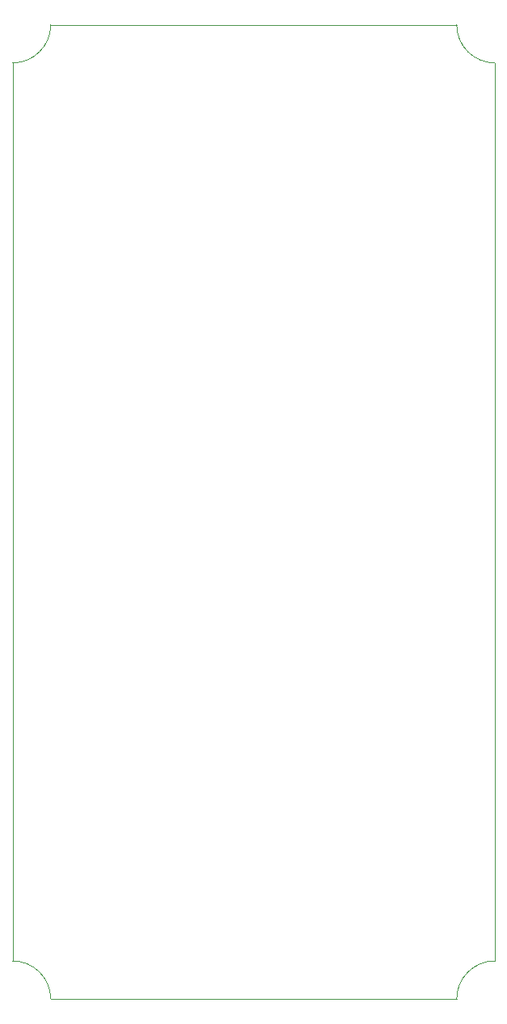
<source format=gm1>
%TF.GenerationSoftware,KiCad,Pcbnew,7.0.6*%
%TF.CreationDate,2024-08-25T10:20:08-07:00*%
%TF.ProjectId,Guitar_waveform_proj,47756974-6172-45f7-9761-7665666f726d,rev?*%
%TF.SameCoordinates,Original*%
%TF.FileFunction,Profile,NP*%
%FSLAX46Y46*%
G04 Gerber Fmt 4.6, Leading zero omitted, Abs format (unit mm)*
G04 Created by KiCad (PCBNEW 7.0.6) date 2024-08-25 10:20:08*
%MOMM*%
%LPD*%
G01*
G04 APERTURE LIST*
%TA.AperFunction,Profile*%
%ADD10C,0.100000*%
%TD*%
G04 APERTURE END LIST*
D10*
X152000000Y-31000000D02*
X194500000Y-31000000D01*
X194500000Y-31000000D02*
G75*
G03*
X198500000Y-35000000I4000000J0D01*
G01*
X194500000Y-133000000D02*
X152000000Y-133000000D01*
X148000000Y-35000000D02*
G75*
G03*
X152000000Y-31000000I0J4000000D01*
G01*
X148000000Y-129000000D02*
X148000000Y-35000000D01*
X152000000Y-133000000D02*
G75*
G03*
X148000000Y-129000000I-4000000J0D01*
G01*
X198500000Y-35000000D02*
X198500000Y-129000000D01*
X198500000Y-129000000D02*
G75*
G03*
X194500000Y-133000000I0J-4000000D01*
G01*
M02*

</source>
